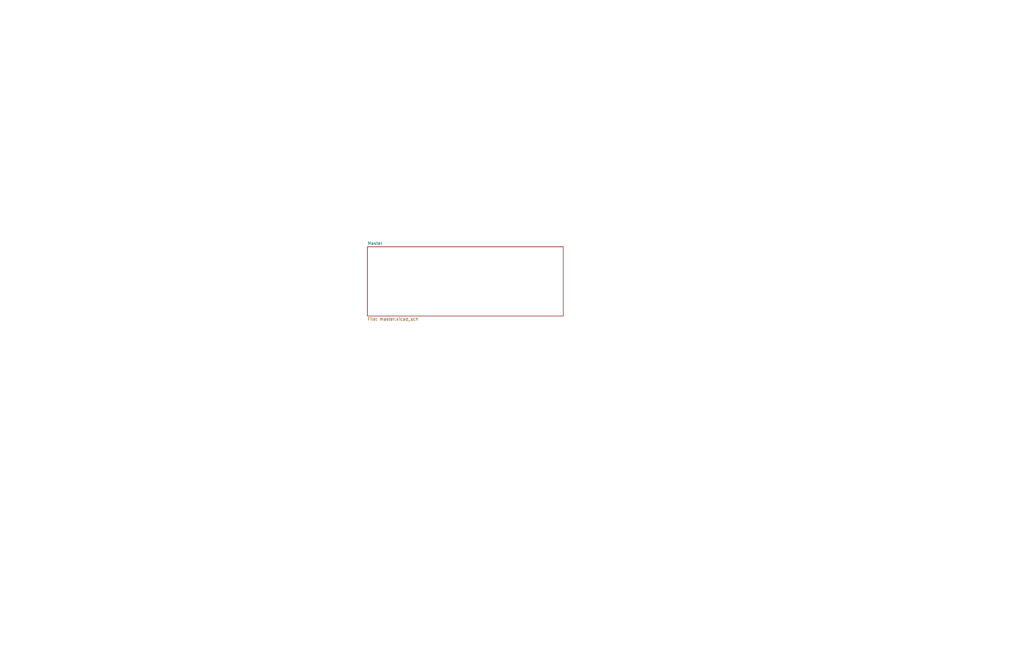
<source format=kicad_sch>
(kicad_sch
	(version 20250114)
	(generator "eeschema")
	(generator_version "9.0")
	(uuid "8093b267-91c9-45cb-83bb-ee50b7242068")
	(paper "B")
	(lib_symbols)
	(sheet
		(at 154.94 104.14)
		(size 82.55 29.21)
		(exclude_from_sim no)
		(in_bom yes)
		(on_board yes)
		(dnp no)
		(fields_autoplaced yes)
		(stroke
			(width 0.1524)
			(type solid)
		)
		(fill
			(color 0 0 0 0.0000)
		)
		(uuid "c894e362-d512-41ef-a89c-3090e41a3477")
		(property "Sheetname" "Master"
			(at 154.94 103.4284 0)
			(effects
				(font
					(size 1.27 1.27)
				)
				(justify left bottom)
			)
		)
		(property "Sheetfile" "master.kicad_sch"
			(at 154.94 133.9346 0)
			(effects
				(font
					(size 1.27 1.27)
				)
				(justify left top)
			)
		)
		(instances
			(project "smart-irrigation-manager"
				(path "/8093b267-91c9-45cb-83bb-ee50b7242068"
					(page "2")
				)
			)
		)
	)
	(sheet_instances
		(path "/"
			(page "1")
		)
	)
	(embedded_fonts no)
)

</source>
